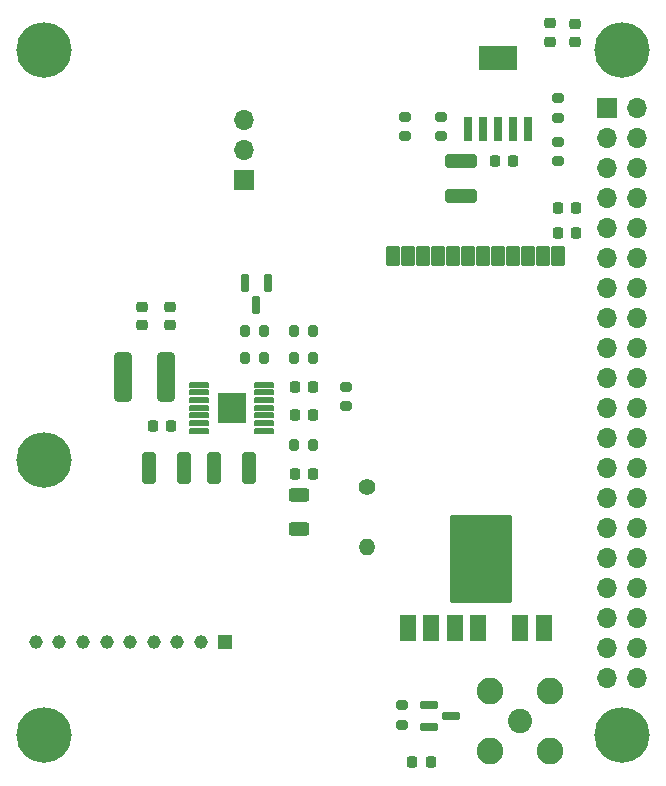
<source format=gts>
%TF.GenerationSoftware,KiCad,Pcbnew,8.0.5*%
%TF.CreationDate,2024-12-07T16:09:03-08:00*%
%TF.ProjectId,RPi_interface,5250695f-696e-4746-9572-666163652e6b,1.2*%
%TF.SameCoordinates,Original*%
%TF.FileFunction,Soldermask,Top*%
%TF.FilePolarity,Negative*%
%FSLAX46Y46*%
G04 Gerber Fmt 4.6, Leading zero omitted, Abs format (unit mm)*
G04 Created by KiCad (PCBNEW 8.0.5) date 2024-12-07 16:09:03*
%MOMM*%
%LPD*%
G01*
G04 APERTURE LIST*
G04 Aperture macros list*
%AMRoundRect*
0 Rectangle with rounded corners*
0 $1 Rounding radius*
0 $2 $3 $4 $5 $6 $7 $8 $9 X,Y pos of 4 corners*
0 Add a 4 corners polygon primitive as box body*
4,1,4,$2,$3,$4,$5,$6,$7,$8,$9,$2,$3,0*
0 Add four circle primitives for the rounded corners*
1,1,$1+$1,$2,$3*
1,1,$1+$1,$4,$5*
1,1,$1+$1,$6,$7*
1,1,$1+$1,$8,$9*
0 Add four rect primitives between the rounded corners*
20,1,$1+$1,$2,$3,$4,$5,0*
20,1,$1+$1,$4,$5,$6,$7,0*
20,1,$1+$1,$6,$7,$8,$9,0*
20,1,$1+$1,$8,$9,$2,$3,0*%
G04 Aperture macros list end*
%ADD10RoundRect,0.200000X0.275000X-0.200000X0.275000X0.200000X-0.275000X0.200000X-0.275000X-0.200000X0*%
%ADD11RoundRect,0.063500X-0.660400X0.279400X-0.660400X-0.279400X0.660400X-0.279400X0.660400X0.279400X0*%
%ADD12C,4.700000*%
%ADD13RoundRect,0.225000X-0.225000X-0.250000X0.225000X-0.250000X0.225000X0.250000X-0.225000X0.250000X0*%
%ADD14R,0.650000X2.000000*%
%ADD15R,3.200000X2.000000*%
%ADD16RoundRect,0.250000X-0.325000X-1.100000X0.325000X-1.100000X0.325000X1.100000X-0.325000X1.100000X0*%
%ADD17R,1.150000X1.150000*%
%ADD18C,1.150000*%
%ADD19RoundRect,0.333000X0.417000X1.767000X-0.417000X1.767000X-0.417000X-1.767000X0.417000X-1.767000X0*%
%ADD20RoundRect,0.200000X-0.275000X0.200000X-0.275000X-0.200000X0.275000X-0.200000X0.275000X0.200000X0*%
%ADD21RoundRect,0.218750X0.218750X0.256250X-0.218750X0.256250X-0.218750X-0.256250X0.218750X-0.256250X0*%
%ADD22RoundRect,0.200000X-0.200000X-0.275000X0.200000X-0.275000X0.200000X0.275000X-0.200000X0.275000X0*%
%ADD23RoundRect,0.063500X-0.487500X0.750000X-0.487500X-0.750000X0.487500X-0.750000X0.487500X0.750000X0*%
%ADD24RoundRect,0.063500X-0.650000X1.000000X-0.650000X-1.000000X0.650000X-1.000000X0.650000X1.000000X0*%
%ADD25RoundRect,0.063500X-2.550000X3.650000X-2.550000X-3.650000X2.550000X-3.650000X2.550000X3.650000X0*%
%ADD26RoundRect,0.063500X0.800100X0.152400X-0.800100X0.152400X-0.800100X-0.152400X0.800100X-0.152400X0*%
%ADD27RoundRect,0.063500X1.155000X1.230000X-1.155000X1.230000X-1.155000X-1.230000X1.155000X-1.230000X0*%
%ADD28RoundRect,0.225000X0.250000X-0.225000X0.250000X0.225000X-0.250000X0.225000X-0.250000X-0.225000X0*%
%ADD29RoundRect,0.250000X0.325000X1.100000X-0.325000X1.100000X-0.325000X-1.100000X0.325000X-1.100000X0*%
%ADD30RoundRect,0.250000X-0.625000X0.312500X-0.625000X-0.312500X0.625000X-0.312500X0.625000X0.312500X0*%
%ADD31RoundRect,0.063500X0.279400X0.660400X-0.279400X0.660400X-0.279400X-0.660400X0.279400X-0.660400X0*%
%ADD32RoundRect,0.250000X1.100000X-0.325000X1.100000X0.325000X-1.100000X0.325000X-1.100000X-0.325000X0*%
%ADD33C,1.400000*%
%ADD34O,1.400000X1.400000*%
%ADD35RoundRect,0.200000X0.200000X0.275000X-0.200000X0.275000X-0.200000X-0.275000X0.200000X-0.275000X0*%
%ADD36C,2.050000*%
%ADD37C,2.250000*%
%ADD38R,1.700000X1.700000*%
%ADD39O,1.700000X1.700000*%
G04 APERTURE END LIST*
D10*
%TO.C,R6*%
X137050000Y-60900000D03*
X137050000Y-59250000D03*
%TD*%
D11*
%TO.C,Q2*%
X126135200Y-106922500D03*
X126135200Y-108827500D03*
X128014800Y-107875000D03*
%TD*%
D12*
%TO.C,H5*%
X93500000Y-86200000D03*
%TD*%
D10*
%TO.C,R7*%
X137050000Y-57225000D03*
X137050000Y-55575000D03*
%TD*%
D13*
%TO.C,C8*%
X131675000Y-60900000D03*
X133225000Y-60900000D03*
%TD*%
D14*
%TO.C,U3*%
X129410000Y-58200000D03*
X130680000Y-58200000D03*
X131950000Y-58200000D03*
X133220000Y-58200000D03*
X134490000Y-58200000D03*
D15*
X131950000Y-52200000D03*
%TD*%
D10*
%TO.C,R11*%
X127150000Y-58815000D03*
X127150000Y-57165000D03*
%TD*%
D16*
%TO.C,C3*%
X107961341Y-86913659D03*
X110911341Y-86913659D03*
%TD*%
D17*
%TO.C,J2*%
X108825000Y-101600000D03*
D18*
X106824999Y-101600000D03*
X104825000Y-101600000D03*
X102824999Y-101600000D03*
X100825001Y-101600000D03*
X98825000Y-101600000D03*
X96825001Y-101600000D03*
X94825000Y-101600000D03*
X92824999Y-101600000D03*
%TD*%
D19*
%TO.C,L1*%
X103836341Y-79213659D03*
X100236341Y-79213659D03*
%TD*%
D20*
%TO.C,R12*%
X124100000Y-57150000D03*
X124100000Y-58800000D03*
%TD*%
D12*
%TO.C,H2*%
X142500000Y-51500000D03*
%TD*%
D21*
%TO.C,D1*%
X126300000Y-111750000D03*
X124725000Y-111750000D03*
%TD*%
D20*
%TO.C,R4*%
X119123841Y-79988659D03*
X119123841Y-81638659D03*
%TD*%
D13*
%TO.C,C10*%
X137050000Y-66950000D03*
X138600000Y-66950000D03*
%TD*%
D22*
%TO.C,R8*%
X110525000Y-75300000D03*
X112175000Y-75300000D03*
%TD*%
D23*
%TO.C,U2*%
X137060000Y-68910000D03*
X135790000Y-68910000D03*
X134520000Y-68910000D03*
X133250000Y-68910000D03*
X131980000Y-68910000D03*
X130710000Y-68910000D03*
X129440000Y-68910000D03*
X128170000Y-68910000D03*
X126900000Y-68910000D03*
X125630000Y-68910000D03*
X124360000Y-68910000D03*
X123090000Y-68910000D03*
D24*
X124310000Y-100450000D03*
X126310000Y-100450000D03*
X128310000Y-100450000D03*
X130310000Y-100450000D03*
X133830000Y-100450000D03*
X135830000Y-100450000D03*
D25*
X130560000Y-94550000D03*
%TD*%
D26*
%TO.C,U1*%
X112179541Y-83736363D03*
X112179541Y-83086350D03*
X112179541Y-82436341D03*
X112179541Y-81786329D03*
X112179541Y-81136317D03*
X112179541Y-80486308D03*
X112179541Y-79836295D03*
X106642341Y-79836295D03*
X106642341Y-80486308D03*
X106642341Y-81136317D03*
X106642341Y-81786329D03*
X106642341Y-82436341D03*
X106642341Y-83086350D03*
X106642341Y-83736363D03*
D27*
X109410941Y-81786329D03*
%TD*%
D28*
%TO.C,C2*%
X104161341Y-74788659D03*
X104161341Y-73238659D03*
%TD*%
D29*
%TO.C,C4*%
X105361341Y-86913659D03*
X102411341Y-86913659D03*
%TD*%
D13*
%TO.C,C5*%
X102761341Y-83313659D03*
X104311341Y-83313659D03*
%TD*%
D30*
%TO.C,R1*%
X115150000Y-89162500D03*
X115150000Y-92087500D03*
%TD*%
D13*
%TO.C,C7*%
X114748841Y-82413659D03*
X116298841Y-82413659D03*
%TD*%
%TO.C,C6*%
X114748841Y-79988659D03*
X116298841Y-79988659D03*
%TD*%
D31*
%TO.C,Q1*%
X112462500Y-71220400D03*
X110557500Y-71220400D03*
X111510000Y-73100000D03*
%TD*%
D32*
%TO.C,C14*%
X128800000Y-63835000D03*
X128800000Y-60885000D03*
%TD*%
D12*
%TO.C,H4*%
X142500000Y-109500000D03*
%TD*%
%TO.C,H1*%
X93500000Y-51500000D03*
%TD*%
D28*
%TO.C,C12*%
X136375000Y-50800000D03*
X136375000Y-49250000D03*
%TD*%
D22*
%TO.C,R9*%
X114698841Y-75300000D03*
X116348841Y-75300000D03*
%TD*%
D10*
%TO.C,R10*%
X123850000Y-108625000D03*
X123850000Y-106975000D03*
%TD*%
D13*
%TO.C,C11*%
X114748841Y-87413659D03*
X116298841Y-87413659D03*
%TD*%
D28*
%TO.C,C1*%
X101821341Y-74788659D03*
X101821341Y-73238659D03*
%TD*%
D13*
%TO.C,C9*%
X137050000Y-64850000D03*
X138600000Y-64850000D03*
%TD*%
D33*
%TO.C,TH1*%
X120900000Y-88460000D03*
D34*
X120900000Y-93540000D03*
%TD*%
D12*
%TO.C,H3*%
X93500000Y-109500000D03*
%TD*%
D35*
%TO.C,R3*%
X116348841Y-84913659D03*
X114698841Y-84913659D03*
%TD*%
D28*
%TO.C,C13*%
X138520000Y-50845000D03*
X138520000Y-49295000D03*
%TD*%
D22*
%TO.C,R2*%
X110511341Y-77613659D03*
X112161341Y-77613659D03*
%TD*%
D36*
%TO.C,J4*%
X133830000Y-108335000D03*
D37*
X131290000Y-105795000D03*
X131290000Y-110875000D03*
X136370000Y-105795000D03*
X136370000Y-110875000D03*
%TD*%
D22*
%TO.C,R5*%
X114698841Y-77613659D03*
X116348841Y-77613659D03*
%TD*%
D38*
%TO.C,J3*%
X110500000Y-62540000D03*
D39*
X110500000Y-60000000D03*
X110500000Y-57460000D03*
%TD*%
D38*
%TO.C,J1*%
X141230000Y-56370000D03*
D39*
X143770000Y-56370000D03*
X141230000Y-58910000D03*
X143770000Y-58910000D03*
X141230000Y-61450000D03*
X143770000Y-61450000D03*
X141230000Y-63990000D03*
X143770000Y-63990000D03*
X141230000Y-66530000D03*
X143770000Y-66530000D03*
X141230000Y-69070000D03*
X143770000Y-69070000D03*
X141230000Y-71610000D03*
X143770000Y-71610000D03*
X141230000Y-74150000D03*
X143770000Y-74150000D03*
X141230000Y-76690000D03*
X143770000Y-76690000D03*
X141230000Y-79230000D03*
X143770000Y-79230000D03*
X141230000Y-81770000D03*
X143770000Y-81770000D03*
X141230000Y-84310000D03*
X143770000Y-84310000D03*
X141230000Y-86850000D03*
X143770000Y-86850000D03*
X141230000Y-89390000D03*
X143770000Y-89390000D03*
X141230000Y-91930000D03*
X143770000Y-91930000D03*
X141230000Y-94470000D03*
X143770000Y-94470000D03*
X141230000Y-97010000D03*
X143770000Y-97010000D03*
X141230000Y-99550000D03*
X143770000Y-99550000D03*
X141230000Y-102090000D03*
X143770000Y-102090000D03*
X141230000Y-104630000D03*
X143770000Y-104630000D03*
%TD*%
M02*

</source>
